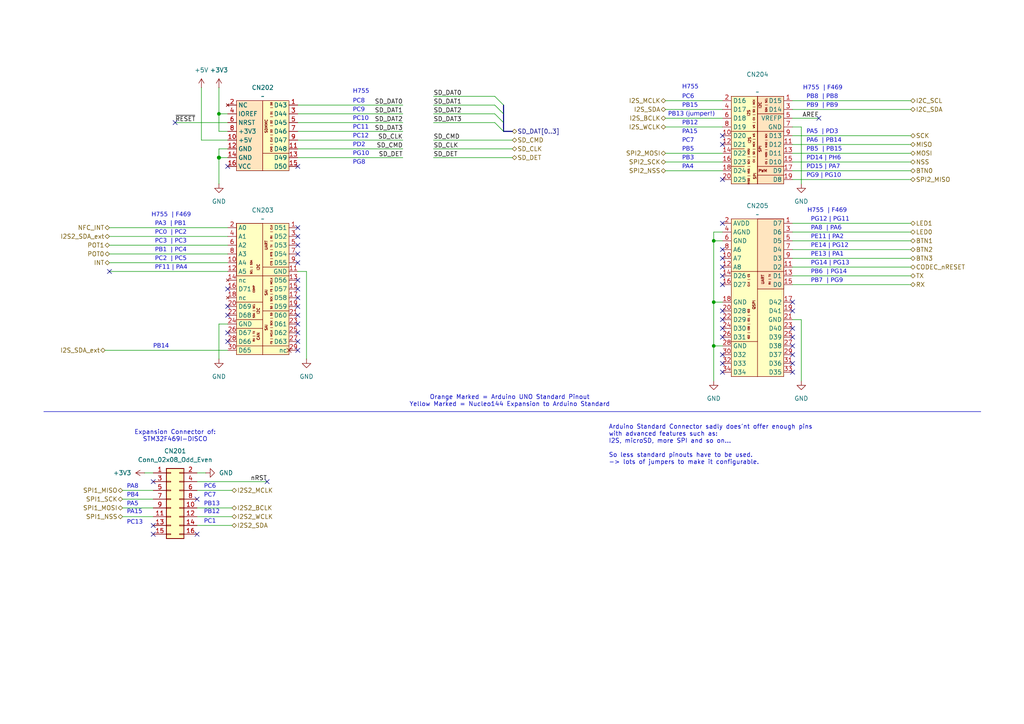
<source format=kicad_sch>
(kicad_sch (version 20250114) (generator "eeschema") (generator_version "9.0")
  (paper "A4")
  (lib_symbols
    (symbol "+3V3_1" (power) (pin_numbers (hide yes)) (pin_names (offset 0) (hide yes))
      (property "Value" "+3V3" (at 0 3.556 0))
      (symbol "+3V3_1_0_1"
        (polyline (pts (xy -0.762 1.27) (xy 0 2.54)))
        (polyline (pts (xy 0 2.54) (xy 0.762 1.27)))
        (polyline (pts (xy 0 0) (xy 0 2.54)))
      )
      (symbol "+3V3_1_1_1"
        (pin power_in line (at 0 0 90) (length 0) (name "~") (number "1"))
      )
    )
    (symbol "Connector_Generic:Conn_02x08_Odd_Even" (pin_names (offset 1.016) (hide yes))
      (property "Reference" "J" (at 1.27 10.16 0))
      (property "Value" "Conn_02x08_Odd_Even" (at 1.27 -12.7 0))
      (symbol "Conn_02x08_Odd_Even_1_1"
        (rectangle (start -1.27 8.89) (end 3.81 -11.43) (stroke (width 0.254)) (fill (type background)))
        (rectangle (start -1.27 7.747) (end 0 7.493) (stroke (width 0.1524)))
        (rectangle (start -1.27 5.207) (end 0 4.953) (stroke (width 0.1524)))
        (rectangle (start -1.27 2.667) (end 0 2.413) (stroke (width 0.1524)))
        (rectangle (start -1.27 0.127) (end 0 -0.127) (stroke (width 0.1524)))
        (rectangle (start -1.27 -2.413) (end 0 -2.667) (stroke (width 0.1524)))
        (rectangle (start -1.27 -4.953) (end 0 -5.207) (stroke (width 0.1524)))
        (rectangle (start -1.27 -7.493) (end 0 -7.747) (stroke (width 0.1524)))
        (rectangle (start -1.27 -10.033) (end 0 -10.287) (stroke (width 0.1524)))
        (rectangle (start 3.81 7.747) (end 2.54 7.493) (stroke (width 0.1524)))
        (rectangle (start 3.81 5.207) (end 2.54 4.953) (stroke (width 0.1524)))
        (rectangle (start 3.81 2.667) (end 2.54 2.413) (stroke (width 0.1524)))
        (rectangle (start 3.81 0.127) (end 2.54 -0.127) (stroke (width 0.1524)))
        (rectangle (start 3.81 -2.413) (end 2.54 -2.667) (stroke (width 0.1524)))
        (rectangle (start 3.81 -4.953) (end 2.54 -5.207) (stroke (width 0.1524)))
        (rectangle (start 3.81 -7.493) (end 2.54 -7.747) (stroke (width 0.1524)))
        (rectangle (start 3.81 -10.033) (end 2.54 -10.287) (stroke (width 0.1524)))
        (pin passive line (at -5.08 7.62 0) (length 3.81) (name "Pin_1") (number "1"))
        (pin passive line (at -5.08 5.08 0) (length 3.81) (name "Pin_3") (number "3"))
        (pin passive line (at -5.08 2.54 0) (length 3.81) (name "Pin_5") (number "5"))
        (pin passive line (at -5.08 0 0) (length 3.81) (name "Pin_7") (number "7"))
        (pin passive line (at -5.08 -2.54 0) (length 3.81) (name "Pin_9") (number "9"))
        (pin passive line (at -5.08 -5.08 0) (length 3.81) (name "Pin_11") (number "11"))
        (pin passive line (at -5.08 -7.62 0) (length 3.81) (name "Pin_13") (number "13"))
        (pin passive line (at -5.08 -10.16 0) (length 3.81) (name "Pin_15") (number "15"))
        (pin passive line (at 7.62 7.62 180) (length 3.81) (name "Pin_2") (number "2"))
        (pin passive line (at 7.62 5.08 180) (length 3.81) (name "Pin_4") (number "4"))
        (pin passive line (at 7.62 2.54 180) (length 3.81) (name "Pin_6") (number "6"))
        (pin passive line (at 7.62 0 180) (length 3.81) (name "Pin_8") (number "8"))
        (pin passive line (at 7.62 -2.54 180) (length 3.81) (name "Pin_10") (number "10"))
        (pin passive line (at 7.62 -5.08 180) (length 3.81) (name "Pin_12") (number "12"))
        (pin passive line (at 7.62 -7.62 180) (length 3.81) (name "Pin_14") (number "14"))
        (pin passive line (at 7.62 -10.16 180) (length 3.81) (name "Pin_16") (number "16"))
      )
    )
    (symbol "GND_1" (power) (pin_numbers (hide yes)) (pin_names (offset 0) (hide yes))
      (property "Value" "GND" (at 0 -3.81 0))
      (symbol "GND_1_0_1"
        (polyline (pts (xy 0 0) (xy 0 -1.27) (xy 1.27 -1.27) (xy 0 -2.54) (xy -1.27 -1.27) (xy 0 -1.27)))
      )
      (symbol "GND_1_1_1"
        (pin power_in line (at 0 0 270) (length 0) (name "~") (number "1"))
      )
    )
    (symbol "myParts:NUCLEO_144_Analog+"
      (property "Reference" "CN" (at 7.62 1.27 0))
      (symbol "NUCLEO_144_Analog+_1_1"
        (rectangle (start 0 0) (end 7.62 -15.24) (fill (type color) (color 255 229 191 1)))
        (rectangle (start 0 0) (end 15.24 -38.1) (fill (type background)))
        (polyline (pts (xy 7.62 -15.24) (xy 7.62 -38.1)))
        (polyline (pts (xy 7.62 -22.86) (xy 0 -22.86)))
        (polyline (pts (xy 7.62 -27.94) (xy 0 -27.94)))
        (polyline (pts (xy 7.62 -30.48) (xy 0 -30.48)))
        (polyline (pts (xy 7.62 -35.56) (xy 0 -35.56)))
        (polyline (pts (xy 15.24 -12.7) (xy 7.62 -12.7)))
        (polyline (pts (xy 15.24 -15.24) (xy 7.62 -15.24)))
        (polyline (pts (xy 15.24 -25.4) (xy 7.62 -25.4)))
        (polyline (pts (xy 15.24 -35.56) (xy 7.62 -35.56)))
        (text "SCL | SDA" (at 4.318 -12.7 900) (effects (font (size 0.508 0.508))))
        (text "COMP" (at 5.08 -19.05 900) (effects (font (size 0.508 0.508))))
        (text "SDA | SCL" (at 5.08 -25.4 900) (effects (font (size 0.508 0.508))))
        (text "RX | TX" (at 5.08 -32.766 900) (effects (font (size 0.508 0.508))))
        (text "I2C" (at 6.35 -12.7 900) (effects (font (size 0.762 0.762))))
        (text "I2C" (at 6.35 -25.4 900) (effects (font (size 0.762 0.762))))
        (text "CAN\n" (at 6.35 -32.766 900) (effects (font (size 0.762 0.762))))
        (text "UART" (at 8.636 -6.35 900) (effects (font (size 0.762 0.762))))
        (text "SAI" (at 8.636 -20.066 900) (effects (font (size 0.762 0.762))))
        (text "SAI" (at 8.636 -30.226 900) (effects (font (size 0.762 0.762))))
        (text "CTS | RTS | TX  | RX  | CLK\n" (at 10.16 -6.35 900) (effects (font (size 0.508 0.508))))
        (text "SD | SCK | FS | MCLK" (at 10.16 -20.32 900) (effects (font (size 0.508 0.508))))
        (text "FS | MCLK | SCK | SD" (at 10.16 -30.48 900) (effects (font (size 0.508 0.508))))
        (pin bidirectional line (at -2.54 -1.27 0) (length 2.54) (name "A0") (number "2"))
        (pin bidirectional line (at -2.54 -3.81 0) (length 2.54) (name "A1") (number "4"))
        (pin bidirectional line (at -2.54 -6.35 0) (length 2.54) (name "A2") (number "6"))
        (pin bidirectional line (at -2.54 -8.89 0) (length 2.54) (name "A3") (number "8"))
        (pin bidirectional line (at -2.54 -11.43 0) (length 2.54) (name "A4") (number "10"))
        (pin bidirectional line (at -2.54 -13.97 0) (length 2.54) (name "A5") (number "12"))
        (pin no_connect line (at -2.54 -16.51 0) (length 2.54) (name "nc") (number "14"))
        (pin bidirectional line (at -2.54 -19.05 0) (length 2.54) (name "D71") (number "16"))
        (pin no_connect line (at -2.54 -21.59 0) (length 2.54) (name "nc") (number "18"))
        (pin bidirectional line (at -2.54 -24.13 0) (length 2.54) (name "D69") (number "20"))
        (pin bidirectional line (at -2.54 -26.67 0) (length 2.54) (name "D68") (number "22"))
        (pin passive line (at -2.54 -29.21 0) (length 2.54) (name "GND") (number "24"))
        (pin bidirectional line (at -2.54 -31.75 0) (length 2.54) (name "D67") (number "26"))
        (pin bidirectional line (at -2.54 -34.29 0) (length 2.54) (name "D66") (number "28"))
        (pin bidirectional line (at -2.54 -36.83 0) (length 2.54) (name "D65") (number "30"))
        (pin bidirectional line (at 17.78 -1.27 180) (length 2.54) (name "D51") (number "1"))
        (pin bidirectional line (at 17.78 -3.81 180) (length 2.54) (name "D52") (number "3"))
        (pin bidirectional line (at 17.78 -6.35 180) (length 2.54) (name "D53") (number "5"))
        (pin bidirectional line (at 17.78 -8.89 180) (length 2.54) (name "D54") (number "7"))
        (pin bidirectional line (at 17.78 -11.43 180) (length 2.54) (name "D55") (number "9"))
        (pin passive line (at 17.78 -13.97 180) (length 2.54) (name "GND") (number "11"))
        (pin bidirectional line (at 17.78 -16.51 180) (length 2.54) (name "D56") (number "13"))
        (pin bidirectional line (at 17.78 -19.05 180) (length 2.54) (name "D57") (number "15"))
        (pin bidirectional line (at 17.78 -21.59 180) (length 2.54) (name "D58") (number "17"))
        (pin bidirectional line (at 17.78 -24.13 180) (length 2.54) (name "D59") (number "19"))
        (pin bidirectional line (at 17.78 -26.67 180) (length 2.54) (name "D60") (number "21"))
        (pin bidirectional line (at 17.78 -29.21 180) (length 2.54) (name "D61") (number "23"))
        (pin bidirectional line (at 17.78 -31.75 180) (length 2.54) (name "D62") (number "25"))
        (pin bidirectional line (at 17.78 -34.29 180) (length 2.54) (name "D63") (number "27"))
        (pin bidirectional non_logic (at 17.78 -36.83 180) (length 2.54) (name "nc") (number "29"))
      )
    )
    (symbol "myParts:NUCLEO_144_GPIO+"
      (property "Reference" "CN" (at 7.62 1.27 0))
      (symbol "NUCLEO_144_GPIO+_1_1"
        (rectangle (start 0 0) (end 15.24 -45.72) (fill (type background)))
        (polyline (pts (xy 0 -15.24) (xy 0 -15.24)))
        (polyline (pts (xy 0 -35.56) (xy 7.62 -35.56)))
        (rectangle (start 7.62 0) (end 15.24 -20.32) (fill (type color) (color 255 229 191 1)))
        (polyline (pts (xy 7.62 -15.24) (xy 0 -15.24)))
        (polyline (pts (xy 7.62 -20.32) (xy 7.62 -45.72)))
        (polyline (pts (xy 15.24 -15.24) (xy 7.62 -15.24)))
        (text "CLK | CS" (at 5.08 -17.78 900) (effects (font (size 0.508 0.508))))
        (text "IO2 | IO0 | IO1 | IO3" (at 5.08 -30.48 900) (effects (font (size 0.508 0.508))))
        (text "QSPI" (at 6.604 -24.892 900) (effects (font (size 0.762 0.762))))
        (text "UART" (at 9.144 -17.526 900) (effects (font (size 0.762 0.762))))
        (text "RX | TX" (at 11.176 -17.526 900) (effects (font (size 0.508 0.508))))
        (pin passive line (at -2.54 -1.27 0) (length 2.54) (name "AVDD") (number "2"))
        (pin passive line (at -2.54 -3.81 0) (length 2.54) (name "AGND") (number "4"))
        (pin passive line (at -2.54 -6.35 0) (length 2.54) (name "GND") (number "6"))
        (pin bidirectional line (at -2.54 -8.89 0) (length 2.54) (name "A6") (number "8"))
        (pin bidirectional line (at -2.54 -11.43 0) (length 2.54) (name "A7") (number "10"))
        (pin bidirectional line (at -2.54 -13.97 0) (length 2.54) (name "A8") (number "12"))
        (pin bidirectional line (at -2.54 -16.51 0) (length 2.54) (name "D26") (number "14"))
        (pin bidirectional line (at -2.54 -19.05 0) (length 2.54) (name "D27") (number "16"))
        (pin passive line (at -2.54 -24.13 0) (length 2.54) (name "GND") (number "18"))
        (pin bidirectional line (at -2.54 -26.67 0) (length 2.54) (name "D28") (number "20"))
        (pin bidirectional line (at -2.54 -29.21 0) (length 2.54) (name "D29") (number "22"))
        (pin bidirectional line (at -2.54 -31.75 0) (length 2.54) (name "D30") (number "24"))
        (pin bidirectional line (at -2.54 -34.29 0) (length 2.54) (name "D31") (number "26"))
        (pin passive line (at -2.54 -36.83 0) (length 2.54) (name "GND") (number "28"))
        (pin bidirectional line (at -2.54 -39.37 0) (length 2.54) (name "D32") (number "30"))
        (pin bidirectional line (at -2.54 -41.91 0) (length 2.54) (name "D33") (number "32"))
        (pin bidirectional line (at -2.54 -44.45 0) (length 2.54) (name "D34") (number "34"))
        (pin bidirectional line (at 17.78 -1.27 180) (length 2.54) (name "D7") (number "1"))
        (pin bidirectional line (at 17.78 -3.81 180) (length 2.54) (name "D6") (number "3"))
        (pin bidirectional line (at 17.78 -6.35 180) (length 2.54) (name "D5") (number "5"))
        (pin bidirectional line (at 17.78 -8.89 180) (length 2.54) (name "D4") (number "7"))
        (pin bidirectional line (at 17.78 -11.43 180) (length 2.54) (name "D3") (number "9"))
        (pin bidirectional line (at 17.78 -13.97 180) (length 2.54) (name "D2") (number "11"))
        (pin bidirectional line (at 17.78 -16.51 180) (length 2.54) (name "D1") (number "13"))
        (pin bidirectional line (at 17.78 -19.05 180) (length 2.54) (name "D0") (number "15"))
        (pin bidirectional line (at 17.78 -24.13 180) (length 2.54) (name "D42") (number "17"))
        (pin bidirectional line (at 17.78 -26.67 180) (length 2.54) (name "D41") (number "19"))
        (pin passive line (at 17.78 -29.21 180) (length 2.54) (name "GND") (number "21"))
        (pin bidirectional line (at 17.78 -31.75 180) (length 2.54) (name "D40") (number "23"))
        (pin bidirectional line (at 17.78 -34.29 180) (length 2.54) (name "D39") (number "25"))
        (pin bidirectional line (at 17.78 -36.83 180) (length 2.54) (name "D38") (number "27"))
        (pin bidirectional line (at 17.78 -39.37 180) (length 2.54) (name "D37") (number "29"))
        (pin bidirectional line (at 17.78 -41.91 180) (length 2.54) (name "D36") (number "31"))
        (pin bidirectional line (at 17.78 -44.45 180) (length 2.54) (name "D35") (number "33"))
      )
    )
    (symbol "myParts:NUCLEO_144_Periphery+"
      (property "Reference" "CN" (at 7.62 1.27 0))
      (symbol "NUCLEO_144_Periphery+_0_1"
        (polyline (pts (xy 15.24 -5.08) (xy 7.62 -5.08)))
        (polyline (pts (xy 15.24 -10.16) (xy 7.62 -10.16)))
      )
      (symbol "NUCLEO_144_Periphery+_1_1"
        (rectangle (start 0 0) (end 7.62 -25.4) (fill (type background)))
        (polyline (pts (xy 0 -10.16) (xy 7.62 -10.16)))
        (polyline (pts (xy 0 -15.24) (xy 3.81 -15.24)))
        (polyline (pts (xy 0 -20.32) (xy 3.81 -20.32)))
        (rectangle (start 7.62 0) (end 15.24 -25.4) (fill (type color) (color 255 229 191 1)))
        (polyline (pts (xy 7.62 -20.32) (xy 15.24 -20.32)))
        (polyline (pts (xy 7.62 -22.86) (xy 15.24 -22.86)))
        (text "I2S" (at 5.08 -4.826 900) (effects (font (size 0.762 0.762))))
        (text "MISO | NSS | SCK | MOSI" (at 5.08 -20.32 900) (effects (font (size 0.508 0.508))))
        (text "I2S" (at 5.334 -12.7 900) (effects (font (size 0.762 0.762))))
        (text "WS | CK | SD | MCK" (at 6.604 -5.08 900) (effects (font (size 0.508 0.508))))
        (text "CK | SD | MCK | WS" (at 6.604 -14.986 900) (effects (font (size 0.508 0.508))))
        (text "SPI" (at 6.858 -23.114 900) (effects (font (size 0.762 0.762))))
        (text "I2C" (at 8.382 -2.54 900) (effects (font (size 0.762 0.762))))
        (text "SPI" (at 8.382 -15.24 900) (effects (font (size 0.762 0.762))))
        (text "PWM" (at 9.144 -21.59 0) (effects (font (size 0.762 0.762))))
        (text "SDA | SCL" (at 10.16 -2.54 900) (effects (font (size 0.508 0.508))))
        (text "CS | MOSI | MISO | SCK" (at 10.16 -15.24 900) (effects (font (size 0.4572 0.4572))))
        (pin bidirectional line (at -2.54 -1.27 0) (length 2.54) (name "D16") (number "2"))
        (pin bidirectional line (at -2.54 -3.81 0) (length 2.54) (name "D17") (number "4"))
        (pin bidirectional line (at -2.54 -6.35 0) (length 2.54) (name "D18") (number "6"))
        (pin bidirectional line (at -2.54 -8.89 0) (length 2.54) (name "D19") (number "8"))
        (pin bidirectional line (at -2.54 -11.43 0) (length 2.54) (name "D20") (number "10"))
        (pin bidirectional line (at -2.54 -13.97 0) (length 2.54) (name "D21") (number "12"))
        (pin bidirectional line (at -2.54 -16.51 0) (length 2.54) (name "D22") (number "14"))
        (pin bidirectional line (at -2.54 -19.05 0) (length 2.54) (name "D23") (number "16"))
        (pin bidirectional line (at -2.54 -21.59 0) (length 2.54) (name "D24") (number "18"))
        (pin bidirectional line (at -2.54 -24.13 0) (length 2.54) (name "D25") (number "20"))
        (pin bidirectional line (at 17.78 -1.27 180) (length 2.54) (name "D15") (number "1"))
        (pin bidirectional line (at 17.78 -3.81 180) (length 2.54) (name "D14") (number "3"))
        (pin passive line (at 17.78 -6.35 180) (length 2.54) (name "VREFP") (number "5"))
        (pin passive line (at 17.78 -8.89 180) (length 2.54) (name "GND") (number "7"))
        (pin bidirectional line (at 17.78 -11.43 180) (length 2.54) (name "D13") (number "9"))
        (pin bidirectional line (at 17.78 -13.97 180) (length 2.54) (name "D12") (number "11"))
        (pin bidirectional line (at 17.78 -16.51 180) (length 2.54) (name "D11") (number "13"))
        (pin bidirectional line (at 17.78 -19.05 180) (length 2.54) (name "D10") (number "15"))
        (pin bidirectional line (at 17.78 -21.59 180) (length 2.54) (name "D9") (number "17"))
        (pin bidirectional line (at 17.78 -24.13 180) (length 2.54) (name "D8") (number "19"))
      )
    )
    (symbol "myParts:NUCLEO_144_Power"
      (property "Reference" "CN" (at 7.62 1.27 0))
      (symbol "NUCLEO_144_Power_1_1"
        (rectangle (start 0 0) (end 7.62 -20.32) (fill (type color) (color 255 229 191 1)))
        (rectangle (start 7.62 0) (end 15.24 -20.32) (fill (type background)))
        (polyline (pts (xy 15.24 -15.24) (xy 7.62 -15.24)))
        (text "SDMMC" (at 8.636 -7.366 900) (effects (font (size 0.762 0.762))))
        (text "CMD | CLK | D3  | D2  | D1  | D0" (at 10.16 -7.62 900) (effects (font (size 0.508 0.508))))
        (pin no_connect line (at -2.54 -1.27 0) (length 2.54) (name "NC") (number "2"))
        (pin passive line (at -2.54 -3.81 0) (length 2.54) (name "IOREF") (number "4"))
        (pin input line (at -2.54 -6.35 0) (length 2.54) (name "NRST") (number "6"))
        (pin passive line (at -2.54 -8.89 0) (length 2.54) (name "+3V3") (number "8"))
        (pin passive line (at -2.54 -11.43 0) (length 2.54) (name "+5V") (number "10"))
        (pin passive line (at -2.54 -13.97 0) (length 2.54) (name "GND") (number "12"))
        (pin passive line (at -2.54 -16.51 0) (length 2.54) (name "GND") (number "14"))
        (pin passive line (at -2.54 -19.05 0) (length 2.54) (name "VCC") (number "16"))
        (pin bidirectional line (at 17.78 -1.27 180) (length 2.54) (name "D43") (number "1"))
        (pin bidirectional line (at 17.78 -3.81 180) (length 2.54) (name "D44") (number "3"))
        (pin bidirectional line (at 17.78 -6.35 180) (length 2.54) (name "D45") (number "5"))
        (pin bidirectional line (at 17.78 -8.89 180) (length 2.54) (name "D46") (number "7"))
        (pin bidirectional line (at 17.78 -11.43 180) (length 2.54) (name "D47") (number "9"))
        (pin bidirectional line (at 17.78 -13.97 180) (length 2.54) (name "D48") (number "11"))
        (pin bidirectional line (at 17.78 -16.51 180) (length 2.54) (name "D49") (number "13"))
        (pin bidirectional line (at 17.78 -19.05 180) (length 2.54) (name "D50") (number "15"))
      )
    )
    (symbol "power:+5V" (power) (pin_numbers (hide yes)) (pin_names (offset 0) (hide yes))
      (property "Value" "+5V" (at 0 3.556 0))
      (symbol "+5V_0_1"
        (polyline (pts (xy -0.762 1.27) (xy 0 2.54)))
        (polyline (pts (xy 0 2.54) (xy 0.762 1.27)))
        (polyline (pts (xy 0 0) (xy 0 2.54)))
      )
      (symbol "+5V_1_1"
        (pin power_in line (at 0 0 90) (length 0) (name "~") (number "1"))
      )
    )
  )
  (text "PC7" (at 59.182 144.78 0) (effects (font (size 1.27 1.27)) (justify left bottom)))
  (text "H755  | F469" (at 43.942 63.5 0) (effects (font (size 1.27 1.27)) (justify left bottom)))
  (text "PD2" (at 102.362 43.18 0) (effects (font (size 1.27 1.27)) (justify left bottom)))
  (text "PB15" (at 197.866 31.75 0) (effects (font (size 1.27 1.27)) (justify left bottom)))
  (text "PB9  | PB9" (at 233.934 31.75 0) (effects (font (size 1.27 1.27)) (justify left bottom)))
  (text "PC7" (at 197.866 41.91 0) (effects (font (size 1.27 1.27)) (justify left bottom)))
  (text "PC1" (at 59.182 152.4 0) (effects (font (size 1.27 1.27)) (justify left bottom)))
  (text "PB12" (at 59.182 149.606 0) (effects (font (size 1.27 1.27)) (justify left bottom)))
  (text "PA15" (at 36.83 149.606 0) (effects (font (size 1.27 1.27)) (justify left bottom)))
  (text "PC3  | PC3" (at 44.958 71.12 0) (effects (font (size 1.27 1.27)) (justify left bottom)))
  (text "PC9" (at 102.362 33.02 0) (effects (font (size 1.27 1.27)) (justify left bottom)))
  (text "PC0  | PC2" (at 44.958 68.58 0) (effects (font (size 1.27 1.27)) (justify left bottom)))
  (text "PD14 | PH6" (at 233.934 46.99 0) (effects (font (size 1.27 1.27)) (justify left bottom)))
  (text "PC8" (at 102.362 30.48 0) (effects (font (size 1.27 1.27)) (justify left bottom)))
  (text "PG14 | PG13" (at 235.204 77.47 0) (effects (font (size 1.27 1.27)) (justify left bottom)))
  (text "PB1  | PC4" (at 44.958 73.66 0) (effects (font (size 1.27 1.27)) (justify left bottom)))
  (text "PA5  | PD3" (at 233.934 39.37 0) (effects (font (size 1.27 1.27)) (justify left bottom)))
  (text "PC10" (at 102.362 35.56 0) (effects (font (size 1.27 1.27)) (justify left bottom)))
  (text "PA3  | PB1" (at 44.958 66.04 0) (effects (font (size 1.27 1.27)) (justify left bottom)))
  (text "Expansion Connector of:\nSTM32F469I-DISCO\n" (at 50.8 126.492 0) (effects (font (size 1.27 1.27))))
  (text "PG8" (at 102.362 48.26 0) (effects (font (size 1.27 1.27)) (justify left bottom)))
  (text "PC6" (at 59.182 142.24 0) (effects (font (size 1.27 1.27)) (justify left bottom)))
  (text "PA15" (at 197.866 39.37 0) (effects (font (size 1.27 1.27)) (justify left bottom)))
  (text "PC2  | PC5" (at 44.958 76.2 0) (effects (font (size 1.27 1.27)) (justify left bottom)))
  (text "PE11 | PA2" (at 235.204 69.85 0) (effects (font (size 1.27 1.27)) (justify left bottom)))
  (text "PA4" (at 197.866 49.53 0) (effects (font (size 1.27 1.27)) (justify left bottom)))
  (text "PC6" (at 197.866 29.21 0) (effects (font (size 1.27 1.27)) (justify left bottom)))
  (text "PC12" (at 102.362 40.64 0) (effects (font (size 1.27 1.27)) (justify left bottom)))
  (text "PB6  | PG14" (at 235.204 80.01 0) (effects (font (size 1.27 1.27)) (justify left bottom)))
  (text "PF11 | PA4" (at 44.958 78.74 0) (effects (font (size 1.27 1.27)) (justify left bottom)))
  (text "PB5  | PB15" (at 233.934 44.45 0) (effects (font (size 1.27 1.27)) (justify left bottom)))
  (text "PB12" (at 197.866 36.83 0) (effects (font (size 1.27 1.27)) (justify left bottom)))
  (text "PE14 | PG12" (at 235.204 72.39 0) (effects (font (size 1.27 1.27)) (justify left bottom)))
  (text "PB4" (at 36.83 144.78 0) (effects (font (size 1.27 1.27)) (justify left bottom)))
  (text "PD15 | PA7" (at 233.934 49.53 0) (effects (font (size 1.27 1.27)) (justify left bottom)))
  (text "PA8" (at 36.83 142.24 0) (effects (font (size 1.27 1.27)) (justify left bottom)))
  (text "H755  | F469" (at 234.188 62.23 0) (effects (font (size 1.27 1.27)) (justify left bottom)))
  (text "PC13" (at 36.83 152.654 0) (effects (font (size 1.27 1.27)) (justify left bottom)))
  (text "H755" (at 197.866 26.416 0) (effects (font (size 1.27 1.27)) (justify left bottom)))
  (text "PB3" (at 197.866 46.99 0) (effects (font (size 1.27 1.27)) (justify left bottom)))
  (text "Orange Marked = Arduino UNO Standard Pinout\nYellow Marked = Nucleo144 Expansion to Arduino Standard" (at 147.828 116.332 0) (effects (font (size 1.27 1.27))))
  (text "PG12 | PG11" (at 235.204 64.77 0) (effects (font (size 1.27 1.27)) (justify left bottom)))
  (text "PB8  | PB8" (at 233.934 29.21 0) (effects (font (size 1.27 1.27)) (justify left bottom)))
  (text "PA5" (at 36.83 147.32 0) (effects (font (size 1.27 1.27)) (justify left bottom)))
  (text "H755" (at 102.362 27.686 0) (effects (font (size 1.27 1.27)) (justify left bottom)))
  (text "PE13 | PA1" (at 235.204 74.93 0) (effects (font (size 1.27 1.27)) (justify left bottom)))
  (text "PA6  | PB14" (at 233.934 41.91 0) (effects (font (size 1.27 1.27)) (justify left bottom)))
  (text "Arduino Standard Connector sadly does'nt offer enough pins\nwith advanced features such as:\nI2S, microSD, more SPI and so on...\n\nSo less standard pinouts have to be used.\n-> lots of jumpers to make it configurable." (at 176.53 129.032 0) (effects (font (size 1.27 1.27)) (justify left)))
  (text "PA8  | PA6" (at 235.204 67.31 0) (effects (font (size 1.27 1.27)) (justify left bottom)))
  (text "PG9 | PG10" (at 233.934 52.07 0) (effects (font (size 1.27 1.27)) (justify left bottom)))
  (text "PB5" (at 197.866 44.45 0) (effects (font (size 1.27 1.27)) (justify left bottom)))
  (text "PB14" (at 44.45 101.6 0) (effects (font (size 1.27 1.27)) (justify left bottom)))
  (text "PB7  | PG9" (at 235.204 82.55 0) (effects (font (size 1.27 1.27)) (justify left bottom)))
  (text "PB13 (jumper!)" (at 193.802 34.29 0) (effects (font (size 1.27 1.27)) (justify left bottom)))
  (text "PG10" (at 102.362 45.72 0) (effects (font (size 1.27 1.27)) (justify left bottom)))
  (text "H755  | F469" (at 232.918 26.67 0) (effects (font (size 1.27 1.27)) (justify left bottom)))
  (text "PC11" (at 102.362 38.1 0) (effects (font (size 1.27 1.27)) (justify left bottom)))
  (text "PB13" (at 59.182 147.32 0) (effects (font (size 1.27 1.27)) (justify left bottom)))
  (junction (at 207.01 87.63))
  (junction (at 207.01 100.33))
  (junction (at 63.5 45.72) (diameter 1.016))
  (junction (at 63.5 33.02))
  (junction (at 207.01 69.85))
  (no_connect (at 86.36 101.6))
  (no_connect (at 86.36 76.2))
  (no_connect (at 229.87 100.33))
  (no_connect (at 229.87 105.41))
  (no_connect (at 57.15 144.78))
  (no_connect (at 86.36 66.04))
  (no_connect (at 209.55 41.91))
  (no_connect (at 209.55 95.25))
  (no_connect (at 44.45 154.94))
  (no_connect (at 229.87 102.87))
  (no_connect (at 44.45 152.4))
  (no_connect (at 86.36 88.9))
  (no_connect (at 66.04 83.82))
  (no_connect (at 209.55 107.95))
  (no_connect (at 66.04 88.9))
  (no_connect (at 209.55 72.39))
  (no_connect (at 209.55 105.41))
  (no_connect (at 50.8 35.56))
  (no_connect (at 229.87 87.63))
  (no_connect (at 86.36 68.58))
  (no_connect (at 86.36 71.12))
  (no_connect (at 209.55 82.55))
  (no_connect (at 57.15 154.94))
  (no_connect (at 77.47 139.7))
  (no_connect (at 86.36 96.52))
  (no_connect (at 66.04 91.44))
  (no_connect (at 86.36 73.66))
  (no_connect (at 31.75 78.74))
  (no_connect (at 86.36 99.06))
  (no_connect (at 86.36 81.28))
  (no_connect (at 209.55 77.47))
  (no_connect (at 44.45 139.7))
  (no_connect (at 66.04 99.06))
  (no_connect (at 66.04 96.52))
  (no_connect (at 86.36 83.82))
  (no_connect (at 86.36 86.36))
  (no_connect (at 237.49 34.29))
  (no_connect (at 229.87 107.95))
  (no_connect (at 209.55 64.77))
  (no_connect (at 86.36 91.44))
  (no_connect (at 209.55 102.87))
  (no_connect (at 209.55 92.71))
  (no_connect (at 229.87 95.25))
  (no_connect (at 86.36 93.98))
  (no_connect (at 209.55 80.01))
  (no_connect (at 86.36 48.26))
  (no_connect (at 209.55 39.37))
  (no_connect (at 209.55 90.17))
  (no_connect (at 229.87 97.79))
  (no_connect (at 229.87 90.17))
  (no_connect (at 209.55 97.79))
  (no_connect (at 209.55 74.93))
  (no_connect (at 66.04 48.26))
  (no_connect (at 209.55 52.07))
  (bus_entry (at 143.51 35.56) (size 2.54 2.54))
  (bus_entry (at 143.51 33.02) (size 2.54 2.54))
  (bus_entry (at 143.51 30.48) (size 2.54 2.54))
  (bus_entry (at 143.51 27.94) (size 2.54 2.54))
  (wire (pts (xy 35.56 149.86) (xy 44.45 149.86)))
  (wire (pts (xy 229.87 74.93) (xy 264.16 74.93)))
  (wire (pts (xy 58.42 40.64) (xy 66.04 40.64)))
  (wire (pts (xy 125.73 43.18) (xy 148.59 43.18)))
  (wire (pts (xy 57.15 152.4) (xy 67.31 152.4)))
  (wire (pts (xy 193.04 44.45) (xy 209.55 44.45)))
  (wire (pts (xy 193.04 34.29) (xy 209.55 34.29)))
  (wire (pts (xy 125.73 30.48) (xy 143.51 30.48)))
  (wire (pts (xy 31.75 78.74) (xy 66.04 78.74)))
  (wire (pts (xy 57.15 142.24) (xy 67.31 142.24)))
  (wire (pts (xy 125.73 33.02) (xy 143.51 33.02)))
  (wire (pts (xy 229.87 31.75) (xy 264.16 31.75)))
  (wire (pts (xy 86.36 33.02) (xy 116.84 33.02)))
  (wire (pts (xy 88.9 78.74) (xy 86.36 78.74)))
  (wire (pts (xy 86.36 38.1) (xy 116.84 38.1)))
  (wire (pts (xy 229.87 69.85) (xy 264.16 69.85)))
  (wire (pts (xy 63.5 25.4) (xy 63.5 33.02)))
  (wire (pts (xy 229.87 64.77) (xy 264.16 64.77)))
  (wire (pts (xy 232.41 36.83) (xy 232.41 53.34)))
  (wire (pts (xy 209.55 67.31) (xy 207.01 67.31)))
  (wire (pts (xy 88.9 104.14) (xy 88.9 78.74)))
  (wire (pts (xy 193.04 36.83) (xy 209.55 36.83)))
  (wire (pts (xy 207.01 100.33) (xy 209.55 100.33)))
  (wire (pts (xy 63.5 93.98) (xy 63.5 104.14)))
  (wire (pts (xy 66.04 45.72) (xy 63.5 45.72)))
  (wire (pts (xy 207.01 100.33) (xy 207.01 110.49)))
  (wire (pts (xy 86.36 40.64) (xy 116.84 40.64)))
  (wire (pts (xy 229.87 92.71) (xy 232.41 92.71)))
  (wire (pts (xy 229.87 49.53) (xy 264.16 49.53)))
  (bus (pts (xy 146.05 33.02) (xy 146.05 35.56)))
  (wire (pts (xy 232.41 92.71) (xy 232.41 110.49)))
  (wire (pts (xy 193.04 46.99) (xy 209.55 46.99)))
  (wire (pts (xy 35.56 147.32) (xy 44.45 147.32)))
  (wire (pts (xy 207.01 87.63) (xy 209.55 87.63)))
  (wire (pts (xy 50.8 35.56) (xy 66.04 35.56)))
  (wire (pts (xy 229.87 41.91) (xy 264.16 41.91)))
  (wire (pts (xy 57.15 139.7) (xy 77.47 139.7)))
  (wire (pts (xy 31.75 73.66) (xy 66.04 73.66)))
  (wire (pts (xy 41.91 137.16) (xy 44.45 137.16)))
  (wire (pts (xy 229.87 39.37) (xy 264.16 39.37)))
  (wire (pts (xy 86.36 45.72) (xy 116.84 45.72)))
  (wire (pts (xy 207.01 67.31) (xy 207.01 69.85)))
  (bus (pts (xy 146.05 35.56) (xy 146.05 38.1)))
  (wire (pts (xy 35.56 142.24) (xy 44.45 142.24)))
  (wire (pts (xy 63.5 33.02) (xy 63.5 38.1)))
  (wire (pts (xy 125.73 45.72) (xy 148.59 45.72)))
  (wire (pts (xy 229.87 82.55) (xy 264.16 82.55)))
  (wire (pts (xy 86.36 30.48) (xy 116.84 30.48)))
  (wire (pts (xy 193.04 31.75) (xy 209.55 31.75)))
  (wire (pts (xy 30.48 101.6) (xy 66.04 101.6)))
  (wire (pts (xy 58.42 25.4) (xy 58.42 40.64)))
  (wire (pts (xy 66.04 43.18) (xy 63.5 43.18)))
  (wire (pts (xy 63.5 43.18) (xy 63.5 45.72)))
  (wire (pts (xy 193.04 29.21) (xy 209.55 29.21)))
  (wire (pts (xy 125.73 40.64) (xy 148.59 40.64)))
  (wire (pts (xy 229.87 36.83) (xy 232.41 36.83)))
  (wire (pts (xy 86.36 35.56) (xy 116.84 35.56)))
  (wire (pts (xy 207.01 69.85) (xy 209.55 69.85)))
  (wire (pts (xy 229.87 29.21) (xy 264.16 29.21)))
  (wire (pts (xy 31.75 76.2) (xy 66.04 76.2)))
  (wire (pts (xy 229.87 52.07) (xy 264.16 52.07)))
  (wire (pts (xy 31.75 71.12) (xy 66.04 71.12)))
  (wire (pts (xy 63.5 45.72) (xy 63.5 53.34)))
  (wire (pts (xy 229.87 34.29) (xy 237.49 34.29)))
  (wire (pts (xy 86.36 43.18) (xy 116.84 43.18)))
  (wire (pts (xy 229.87 77.47) (xy 264.16 77.47)))
  (wire (pts (xy 35.56 144.78) (xy 44.45 144.78)))
  (wire (pts (xy 31.75 66.04) (xy 66.04 66.04)))
  (bus (pts (xy 146.05 38.1) (xy 148.59 38.1)))
  (wire (pts (xy 207.01 87.63) (xy 207.01 100.33)))
  (wire (pts (xy 229.87 80.01) (xy 264.16 80.01)))
  (wire (pts (xy 125.73 27.94) (xy 143.51 27.94)))
  (wire (pts (xy 125.73 35.56) (xy 143.51 35.56)))
  (wire (pts (xy 229.87 67.31) (xy 264.16 67.31)))
  (wire (pts (xy 229.87 44.45) (xy 264.16 44.45)))
  (wire (pts (xy 193.04 49.53) (xy 209.55 49.53)))
  (wire (pts (xy 207.01 69.85) (xy 207.01 87.63)))
  (wire (pts (xy 57.15 149.86) (xy 67.31 149.86)))
  (wire (pts (xy 63.5 38.1) (xy 66.04 38.1)))
  (wire (pts (xy 66.04 93.98) (xy 63.5 93.98)))
  (wire (pts (xy 31.75 68.58) (xy 66.04 68.58)))
  (polyline (pts (xy 12.7 119.38) (xy 284.48 119.38)))
  (bus (pts (xy 146.05 30.48) (xy 146.05 33.02)))
  (wire (pts (xy 229.87 46.99) (xy 264.16 46.99)))
  (wire (pts (xy 63.5 33.02) (xy 66.04 33.02)))
  (wire (pts (xy 229.87 72.39) (xy 264.16 72.39)))
  (wire (pts (xy 57.15 147.32) (xy 67.31 147.32)))
  (wire (pts (xy 57.15 137.16) (xy 59.69 137.16)))
  (label "SD_DAT1" (at 116.84 33.02 180))
  (label "SD_DAT3" (at 125.73 35.56 0))
  (label "SD_DAT2" (at 116.84 35.56 180))
  (label "SD_CMD" (at 125.73 40.64 0))
  (label "SD_CMD" (at 116.84 43.18 180))
  (label "SD_DAT0" (at 125.73 27.94 0))
  (label "SD_CLK" (at 116.84 40.64 180))
  (label "~{RESET}" (at 50.8 35.56 0))
  (label "SD_DET" (at 116.84 45.72 180))
  (label "SD_DAT3" (at 116.84 38.1 180))
  (label "nRST" (at 77.47 139.7 180))
  (label "AREF" (at 237.49 34.29 180))
  (label "SD_DET" (at 125.73 45.72 0))
  (label "SD_DAT2" (at 125.73 33.02 0))
  (label "SD_CLK" (at 125.73 43.18 0))
  (label "SD_DAT0" (at 116.84 30.48 180))
  (label "SD_DAT1" (at 125.73 30.48 0))
  (hierarchical_label "I2S2_MCLK" (shape bidirectional) (at 67.31 142.24 0))
  (hierarchical_label "SPI1_MOSI" (shape bidirectional) (at 35.56 147.32 180))
  (hierarchical_label "I2S2_SDA_ext" (shape bidirectional) (at 31.75 68.58 180))
  (hierarchical_label "NSS" (shape bidirectional) (at 264.16 46.99 0))
  (hierarchical_label "SD_CLK" (shape bidirectional) (at 148.59 43.18 0))
  (hierarchical_label "POT0" (shape bidirectional) (at 31.75 73.66 180))
  (hierarchical_label "I2S_SDA_ext" (shape bidirectional) (at 30.48 101.6 180))
  (hierarchical_label "I2S_MCLK" (shape bidirectional) (at 193.04 29.21 180))
  (hierarchical_label "SPI2_NSS" (shape bidirectional) (at 193.04 49.53 180))
  (hierarchical_label "POT1" (shape bidirectional) (at 31.75 71.12 180))
  (hierarchical_label "SPI1_NSS" (shape bidirectional) (at 35.56 149.86 180))
  (hierarchical_label "SPI2_SCK" (shape bidirectional) (at 193.04 46.99 180))
  (hierarchical_label "NFC_INT" (shape bidirectional) (at 31.75 66.04 180))
  (hierarchical_label "SD_DET" (shape bidirectional) (at 148.59 45.72 0))
  (hierarchical_label "RX" (shape bidirectional) (at 264.16 82.55 0))
  (hierarchical_label "TX" (shape bidirectional) (at 264.16 80.01 0))
  (hierarchical_label "I2C_SCL" (shape bidirectional) (at 264.16 29.21 0))
  (hierarchical_label "BTN2" (shape bidirectional) (at 264.16 72.39 0))
  (hierarchical_label "BTN3" (shape bidirectional) (at 264.16 74.93 0))
  (hierarchical_label "SPI1_MISO" (shape bidirectional) (at 35.56 142.24 180))
  (hierarchical_label "I2S2_WCLK" (shape bidirectional) (at 67.31 149.86 0))
  (hierarchical_label "LED1" (shape bidirectional) (at 264.16 64.77 0))
  (hierarchical_label "SCK" (shape bidirectional) (at 264.16 39.37 0))
  (hierarchical_label "I2S2_BCLK" (shape bidirectional) (at 67.31 147.32 0))
  (hierarchical_label "I2S_BCLK" (shape bidirectional) (at 193.04 34.29 180))
  (hierarchical_label "I2S_SDA" (shape bidirectional) (at 193.04 31.75 180))
  (hierarchical_label "MISO" (shape bidirectional) (at 264.16 41.91 0))
  (hierarchical_label "INT" (shape bidirectional) (at 31.75 76.2 180))
  (hierarchical_label "MOSI" (shape bidirectional) (at 264.16 44.45 0))
  (hierarchical_label "CODEC_nRESET" (shape bidirectional) (at 264.16 77.47 0))
  (hierarchical_label "SPI2_MOSI" (shape bidirectional) (at 193.04 44.45 180))
  (hierarchical_label "I2S_WCLK" (shape bidirectional) (at 193.04 36.83 180))
  (hierarchical_label "I2C_SDA" (shape bidirectional) (at 264.16 31.75 0))
  (hierarchical_label "I2S2_SDA" (shape bidirectional) (at 67.31 152.4 0))
  (hierarchical_label "SD_CMD" (shape bidirectional) (at 148.59 40.64 0))
  (hierarchical_label "SPI1_SCK" (shape bidirectional) (at 35.56 144.78 180))
  (hierarchical_label "BTN1" (shape bidirectional) (at 264.16 69.85 0))
  (hierarchical_label "SPI2_MISO" (shape bidirectional) (at 264.16 52.07 0))
  (hierarchical_label "LED0" (shape bidirectional) (at 264.16 67.31 0))
  (hierarchical_label "SD_DAT[0..3]" (shape bidirectional) (at 148.59 38.1 0))
  (hierarchical_label "BTN0" (shape bidirectional) (at 264.16 49.53 0))
  (symbol (lib_id "myParts:NUCLEO_144_Power") (at 68.58 29.21 0) (unit 1)
    (property "Reference" "CN202" (at 76.2 25.4 0))
    (property "Value" "~" (at 76.2 27.94 0))
    (property "Footprint" "Connector_PinHeader_2.54mm:PinHeader_2x08_P2.54mm_Vertical" (effects (hide yes)))
    (property "Manufacturer" "Würth Elektronik" (effects (hide yes)))
    (property "Part Number" "61301621121" (effects (hide yes)))
  )
  (symbol (lib_name "GND_1") (lib_id "power:GND") (at 88.9 104.14 0) (unit 1)
    (property "Reference" "#PWR0208" (effects (hide yes)))
    (property "Value" "GND" (at 88.9 109.22 0))
    (property "Description" "Power symbol creates a global label with name \"GND\" , ground" (effects (hide yes)))
  )
  (symbol (lib_id "myParts:NUCLEO_144_Analog+") (at 68.58 64.77 0) (unit 1)
    (property "Reference" "CN203" (at 76.2 60.96 0))
    (property "Value" "~" (at 76.2 63.5 0))
    (property "Footprint" "Connector_PinHeader_2.54mm:PinHeader_2x15_P2.54mm_Vertical" (effects (hide yes)))
    (property "Manufacturer" "Samtec Inc." (effects (hide yes)))
    (property "Part Number" "TSW-115-24-L-D" (effects (hide yes)))
  )
  (symbol (lib_name "GND_1") (lib_id "power:GND") (at 59.69 137.16 90) (unit 1)
    (property "Reference" "#PWR0202" (effects (hide yes)))
    (property "Value" "GND" (at 63.5 137.1599 90) (effects (justify right)))
    (property "Description" "Power symbol creates a global label with name \"GND\" , ground" (effects (hide yes)))
  )
  (symbol (lib_id "myParts:NUCLEO_144_GPIO+") (at 212.09 63.5 0) (unit 1)
    (property "Reference" "CN205" (at 219.71 59.69 0))
    (property "Value" "~" (at 219.71 62.23 0))
    (property "Footprint" "Connector_PinHeader_2.54mm:PinHeader_2x17_P2.54mm_Vertical" (effects (hide yes)))
    (property "Manufacturer" "Amphenol ICC (FCI)" (effects (hide yes)))
    (property "Part Number" "67997-234HLF" (effects (hide yes)))
  )
  (symbol (lib_name "GND_1") (lib_id "power:GND") (at 63.5 104.14 0) (unit 1)
    (property "Reference" "#PWR0207" (effects (hide yes)))
    (property "Value" "GND" (at 63.5 109.22 0))
    (property "Description" "Power symbol creates a global label with name \"GND\" , ground" (effects (hide yes)))
  )
  (symbol (lib_id "Connector_Generic:Conn_02x08_Odd_Even") (at 49.53 144.78 0) (unit 1)
    (property "Reference" "CN201" (at 50.8 130.81 0))
    (property "Value" "Conn_02x08_Odd_Even" (at 50.8 133.35 0))
    (property "Footprint" "Connector_PinSocket_2.54mm:PinSocket_2x08_P2.54mm_Vertical" (effects (hide yes)))
    (property "Description" "Generic connector, double row, 02x08, odd/even pin numbering scheme (row 1 odd numbers, row 2 even numbers), script generated (kicad-library-utils/schlib/autogen/connector/)" (effects (hide yes)))
    (property "Manufacturer" "Würth Elektronik" (effects (hide yes)))
    (property "Part Number" "61301621821" (effects (hide yes)))
  )
  (symbol (lib_name "+3V3_1") (lib_id "power:+3V3") (at 63.5 25.4 0) (mirror y) (unit 1)
    (property "Reference" "#PWR0406" (effects (hide yes)))
    (property "Value" "+3V3" (at 63.5 20.32 0))
    (property "Description" "Power symbol creates a global label with name \"+3V3\"" (effects (hide yes)))
  )
  (symbol (lib_name "+3V3_1") (lib_id "power:+3V3") (at 41.91 137.16 90) (mirror x) (unit 1)
    (property "Reference" "#PWR0407" (effects (hide yes)))
    (property "Value" "+3V3" (at 38.1 137.1599 90) (effects (justify left)))
    (property "Description" "Power symbol creates a global label with name \"+3V3\"" (effects (hide yes)))
  )
  (symbol (lib_id "power:+5V") (at 58.42 25.4 0) (unit 1)
    (property "Reference" "#PWR0204" (effects (hide yes)))
    (property "Value" "+5V" (at 58.42 20.32 0))
    (property "Description" "Power symbol creates a global label with name \"+5V\"" (effects (hide yes)))
  )
  (symbol (lib_name "GND_1") (lib_id "power:GND") (at 207.01 110.49 0) (unit 1)
    (property "Reference" "#PWR0209" (effects (hide yes)))
    (property "Value" "GND" (at 207.01 115.57 0))
    (property "Description" "Power symbol creates a global label with name \"GND\" , ground" (effects (hide yes)))
  )
  (symbol (lib_name "GND_1") (lib_id "power:GND") (at 232.41 110.49 0) (unit 1)
    (property "Reference" "#PWR0211" (effects (hide yes)))
    (property "Value" "GND" (at 232.41 115.57 0))
    (property "Description" "Power symbol creates a global label with name \"GND\" , ground" (effects (hide yes)))
  )
  (symbol (lib_id "myParts:NUCLEO_144_Periphery+") (at 212.09 27.94 0) (unit 1)
    (property "Reference" "CN204" (at 219.71 21.59 0))
    (property "Value" "~" (at 219.71 26.67 0))
    (property "Footprint" "Connector_PinHeader_2.54mm:PinHeader_2x10_P2.54mm_Vertical" (effects (hide yes)))
    (property "Manufacturer" "Adam Tech" (effects (hide yes)))
    (property "Part Number" "PH2-20-UA" (effects (hide yes)))
  )
  (symbol (lib_name "GND_1") (lib_id "power:GND") (at 63.5 53.34 0) (unit 1)
    (property "Reference" "#PWR0206" (effects (hide yes)))
    (property "Value" "GND" (at 63.5 58.42 0))
    (property "Description" "Power symbol creates a global label with name \"GND\" , ground" (effects (hide yes)))
  )
  (symbol (lib_name "GND_1") (lib_id "power:GND") (at 232.41 53.34 0) (unit 1)
    (property "Reference" "#PWR0210" (effects (hide yes)))
    (property "Value" "GND" (at 232.41 58.42 0))
    (property "Description" "Power symbol creates a global label with name \"GND\" , ground" (effects (hide yes)))
  )
)
</source>
